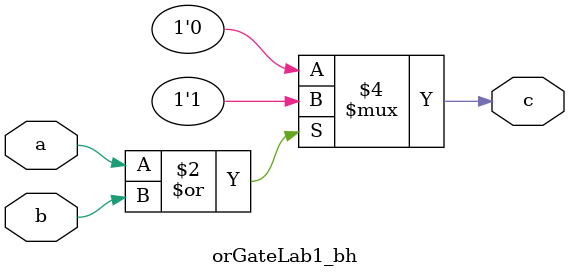
<source format=v>
module orGateLab1_bh(input wire a,b, output reg c);
    always @(*) begin
        if(a | b)
        c = 1;
        else
        c = 0;
    end
endmodule
</source>
